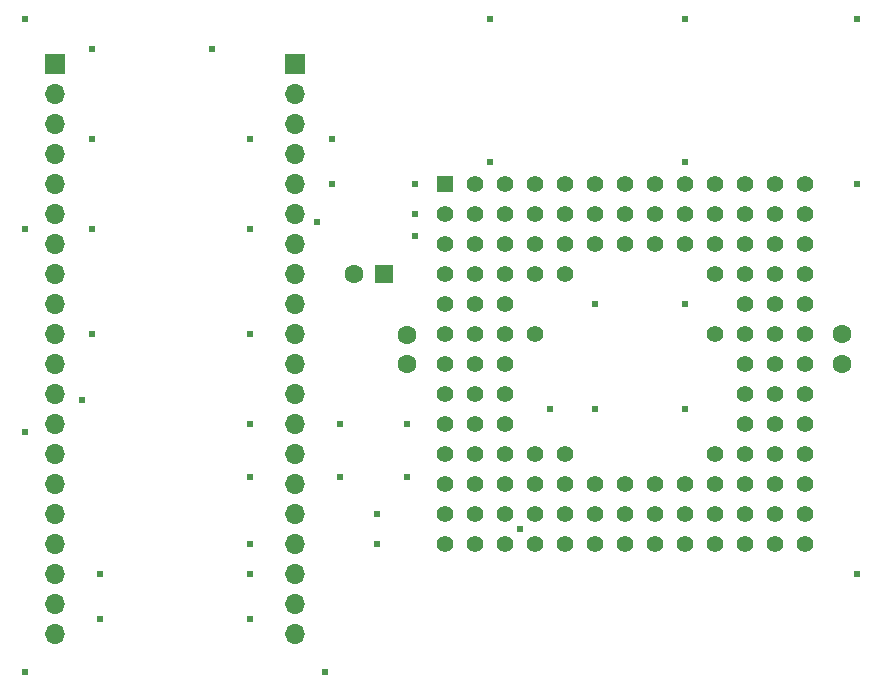
<source format=gts>
G04 #@! TF.GenerationSoftware,KiCad,Pcbnew,(6.0.10-0)*
G04 #@! TF.CreationDate,2022-12-27T17:00:43+09:00*
G04 #@! TF.ProjectId,MEZ68030,4d455a36-3830-4333-902e-6b696361645f,A*
G04 #@! TF.SameCoordinates,PX5f5e100PY8f0d180*
G04 #@! TF.FileFunction,Soldermask,Top*
G04 #@! TF.FilePolarity,Negative*
%FSLAX46Y46*%
G04 Gerber Fmt 4.6, Leading zero omitted, Abs format (unit mm)*
G04 Created by KiCad (PCBNEW (6.0.10-0)) date 2022-12-27 17:00:43*
%MOMM*%
%LPD*%
G01*
G04 APERTURE LIST*
%ADD10R,1.397000X1.397000*%
%ADD11C,1.397000*%
%ADD12R,1.600000X1.600000*%
%ADD13C,1.600000*%
%ADD14R,1.700000X1.700000*%
%ADD15O,1.700000X1.700000*%
%ADD16C,0.605000*%
G04 APERTURE END LIST*
D10*
X36830000Y42545000D03*
D11*
X39370000Y42545000D03*
X41910000Y42545000D03*
X44450000Y42545000D03*
X46990000Y42545000D03*
X49530000Y42545000D03*
X52070000Y42545000D03*
X54610000Y42545000D03*
X57150000Y42545000D03*
X59690000Y42545000D03*
X62230000Y42545000D03*
X64770000Y42545000D03*
X67310000Y42545000D03*
X36830000Y40005000D03*
X39370000Y40005000D03*
X41910000Y40005000D03*
X44450000Y40005000D03*
X46990000Y40005000D03*
X49530000Y40005000D03*
X52070000Y40005000D03*
X54610000Y40005000D03*
X57150000Y40005000D03*
X59690000Y40005000D03*
X62230000Y40005000D03*
X64770000Y40005000D03*
X67310000Y40005000D03*
X36830000Y37465000D03*
X39370000Y37465000D03*
X41910000Y37465000D03*
X44450000Y37465000D03*
X46990000Y37465000D03*
X49530000Y37465000D03*
X52070000Y37465000D03*
X54610000Y37465000D03*
X57150000Y37465000D03*
X59690000Y37465000D03*
X62230000Y37465000D03*
X64770000Y37465000D03*
X67310000Y37465000D03*
X36830000Y34925000D03*
X39370000Y34925000D03*
X41910000Y34925000D03*
X44450000Y34925000D03*
X46990000Y34925000D03*
X59690000Y34925000D03*
X62230000Y34925000D03*
X64770000Y34925000D03*
X67310000Y34925000D03*
X36830000Y32385000D03*
X39370000Y32385000D03*
X41910000Y32385000D03*
X62230000Y32385000D03*
X64770000Y32385000D03*
X67310000Y32385000D03*
X36830000Y29845000D03*
X39370000Y29845000D03*
X41910000Y29845000D03*
X44450000Y29845000D03*
X59690000Y29845000D03*
X62230000Y29845000D03*
X64770000Y29845000D03*
X67310000Y29845000D03*
X36830000Y27305000D03*
X39370000Y27305000D03*
X41910000Y27305000D03*
X62230000Y27305000D03*
X64770000Y27305000D03*
X67310000Y27305000D03*
X36830000Y24765000D03*
X39370000Y24765000D03*
X41910000Y24765000D03*
X62230000Y24765000D03*
X64770000Y24765000D03*
X67310000Y24765000D03*
X36830000Y22225000D03*
X39370000Y22225000D03*
X41910000Y22225000D03*
X62230000Y22225000D03*
X64770000Y22225000D03*
X67310000Y22225000D03*
X36830000Y19685000D03*
X39370000Y19685000D03*
X41910000Y19685000D03*
X44450000Y19685000D03*
X46990000Y19685000D03*
X59690000Y19685000D03*
X62230000Y19685000D03*
X64770000Y19685000D03*
X67310000Y19685000D03*
X36830000Y17145000D03*
X39370000Y17145000D03*
X41910000Y17145000D03*
X44450000Y17145000D03*
X46990000Y17145000D03*
X49530000Y17145000D03*
X52070000Y17145000D03*
X54610000Y17145000D03*
X57150000Y17145000D03*
X59690000Y17145000D03*
X62230000Y17145000D03*
X64770000Y17145000D03*
X67310000Y17145000D03*
X36830000Y14605000D03*
X39370000Y14605000D03*
X41910000Y14605000D03*
X44450000Y14605000D03*
X46990000Y14605000D03*
X49530000Y14605000D03*
X52070000Y14605000D03*
X54610000Y14605000D03*
X57150000Y14605000D03*
X59690000Y14605000D03*
X62230000Y14605000D03*
X64770000Y14605000D03*
X67310000Y14605000D03*
X36830000Y12065000D03*
X39370000Y12065000D03*
X41910000Y12065000D03*
X44450000Y12065000D03*
X46990000Y12065000D03*
X49530000Y12065000D03*
X52070000Y12065000D03*
X54610000Y12065000D03*
X57150000Y12065000D03*
X59690000Y12065000D03*
X62230000Y12065000D03*
X64770000Y12065000D03*
X67310000Y12065000D03*
D12*
X31662380Y34925000D03*
D13*
X29162380Y34925000D03*
X70485000Y29845000D03*
X70485000Y27345000D03*
X33655000Y29825000D03*
X33655000Y27325000D03*
D14*
X24130000Y52705000D03*
D15*
X24130000Y50165000D03*
X24130000Y47625000D03*
X24130000Y45085000D03*
X24130000Y42545000D03*
X24130000Y40005000D03*
X24130000Y37465000D03*
X24130000Y34925000D03*
X24130000Y32385000D03*
X24130000Y29845000D03*
X24130000Y27305000D03*
X24130000Y24765000D03*
X24130000Y22225000D03*
X24130000Y19685000D03*
X24130000Y17145000D03*
X24130000Y14605000D03*
X24130000Y12065000D03*
X24130000Y9525000D03*
X24130000Y6985000D03*
X24130000Y4445000D03*
D14*
X3810000Y52705000D03*
D15*
X3810000Y50165000D03*
X3810000Y47625000D03*
X3810000Y45085000D03*
X3810000Y42545000D03*
X3810000Y40005000D03*
X3810000Y37465000D03*
X3810000Y34925000D03*
X3810000Y32385000D03*
X3810000Y29845000D03*
X3810000Y27305000D03*
X3810000Y24765000D03*
X3810000Y22225000D03*
X3810000Y19685000D03*
X3810000Y17145000D03*
X3810000Y14605000D03*
X3810000Y12065000D03*
X3810000Y9525000D03*
X3810000Y6985000D03*
X3810000Y4445000D03*
D16*
X20320000Y12065000D03*
X7620000Y5715000D03*
X43180000Y13335000D03*
X34290000Y42545000D03*
X57150000Y44450000D03*
X26670000Y1270000D03*
X1270000Y38735000D03*
X27940000Y22225000D03*
X6985000Y53975000D03*
X6985000Y29845000D03*
X49530000Y23495000D03*
X33655000Y22225000D03*
X71755000Y56515000D03*
X20320000Y46355000D03*
X49530000Y32385000D03*
X57150000Y23495000D03*
X40640000Y56515000D03*
X31115000Y12065000D03*
X40640000Y44450000D03*
X31115000Y14605000D03*
X71755000Y9525000D03*
X20320000Y17780000D03*
X26035000Y39370000D03*
X20320000Y29845000D03*
X1270000Y1270000D03*
X27940000Y17780000D03*
X27305000Y46355000D03*
X1270000Y56515000D03*
X20320000Y5715000D03*
X57150000Y32385000D03*
X20320000Y9525000D03*
X6985000Y46355000D03*
X20320000Y38735000D03*
X7620000Y9525000D03*
X20320000Y22225000D03*
X6985000Y38735000D03*
X17145000Y53975000D03*
X57150000Y56515000D03*
X45720000Y23495000D03*
X27305000Y42545000D03*
X1270000Y21590000D03*
X33655000Y17780000D03*
X71755000Y42545000D03*
X34290000Y40005000D03*
X34290000Y38188600D03*
X6127543Y24257000D03*
M02*

</source>
